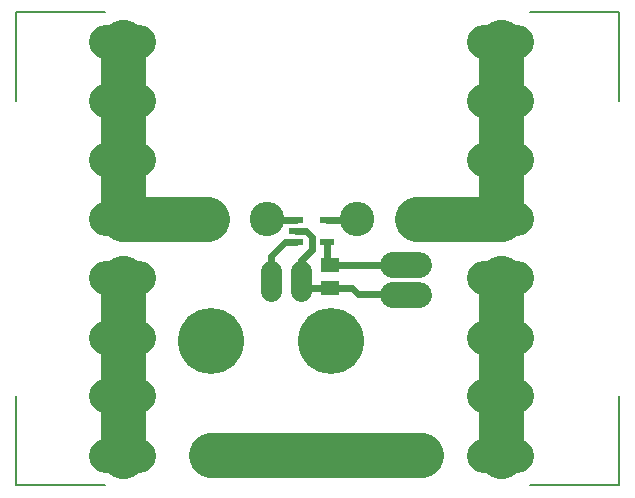
<source format=gbl>
G75*
%MOIN*%
%OFA0B0*%
%FSLAX24Y24*%
%IPPOS*%
%LPD*%
%AMOC8*
5,1,8,0,0,1.08239X$1,22.5*
%
%ADD10C,0.2200*%
%ADD11C,0.0866*%
%ADD12R,0.0500X0.0220*%
%ADD13C,0.1151*%
%ADD14C,0.1309*%
%ADD15C,0.0693*%
%ADD16C,0.1466*%
%ADD17C,0.1120*%
%ADD18R,0.0591X0.0512*%
%ADD19C,0.0240*%
%ADD20C,0.1500*%
%ADD21C,0.0079*%
D10*
X006639Y011405D03*
X010639Y011405D03*
D11*
X012698Y012951D02*
X013565Y012951D01*
X013565Y013951D02*
X012698Y013951D01*
D12*
X010492Y014700D03*
X010492Y015440D03*
X009472Y015440D03*
X009472Y015070D03*
X009472Y014700D03*
D13*
X008482Y015463D03*
X011482Y015463D03*
D14*
X013482Y015463D03*
X006482Y015463D03*
D15*
X008639Y013751D02*
X008639Y013059D01*
X009639Y013059D02*
X009639Y013751D01*
D16*
X010639Y011405D03*
X006639Y011405D03*
D17*
X004243Y011519D02*
X003123Y011519D01*
X003123Y009559D02*
X004243Y009559D01*
X004243Y007579D02*
X003123Y007579D01*
X003123Y013499D02*
X004243Y013499D01*
X004243Y015459D02*
X003123Y015459D01*
X003123Y017439D02*
X004243Y017439D01*
X004243Y019399D02*
X003123Y019399D01*
X003123Y021379D02*
X004243Y021379D01*
X015721Y021379D02*
X016841Y021379D01*
X016841Y019399D02*
X015721Y019399D01*
X015721Y017439D02*
X016841Y017439D01*
X016841Y015459D02*
X015721Y015459D01*
X015721Y013499D02*
X016841Y013499D01*
X016841Y011519D02*
X015721Y011519D01*
X015721Y009559D02*
X016841Y009559D01*
X016841Y007579D02*
X015721Y007579D01*
D18*
X010589Y013181D03*
X010589Y013929D03*
D19*
X010612Y013951D01*
X013131Y013951D01*
X013103Y012980D02*
X011514Y012980D01*
X011313Y013181D01*
X010589Y013181D01*
X009863Y013181D01*
X009639Y013405D01*
X009639Y014105D01*
X009983Y014449D01*
X009983Y014886D01*
X009800Y015070D01*
X009472Y015070D01*
X009472Y015440D02*
X008506Y015440D01*
X008482Y015463D01*
X009109Y014700D02*
X008639Y014230D01*
X008639Y013405D01*
X009109Y014700D02*
X009472Y014700D01*
X010492Y014700D02*
X010492Y014026D01*
X010589Y013929D01*
X010492Y015440D02*
X011458Y015440D01*
X011482Y015463D01*
X013103Y012980D02*
X013131Y012951D01*
D20*
X013482Y015463D02*
X016281Y015459D01*
X016281Y021379D01*
X016281Y013499D02*
X016281Y007579D01*
X013639Y007605D02*
X006639Y007605D01*
X003683Y007579D02*
X003683Y013499D01*
X003683Y015459D02*
X006482Y015463D01*
X003683Y015459D02*
X003683Y021379D01*
D21*
X003092Y006605D02*
X000139Y006605D01*
X000139Y009558D01*
X000139Y019400D02*
X000139Y022353D01*
X003092Y022353D01*
X017265Y022353D02*
X020218Y022353D01*
X020218Y019400D01*
X020218Y009558D02*
X020218Y006605D01*
X017265Y006605D01*
M02*

</source>
